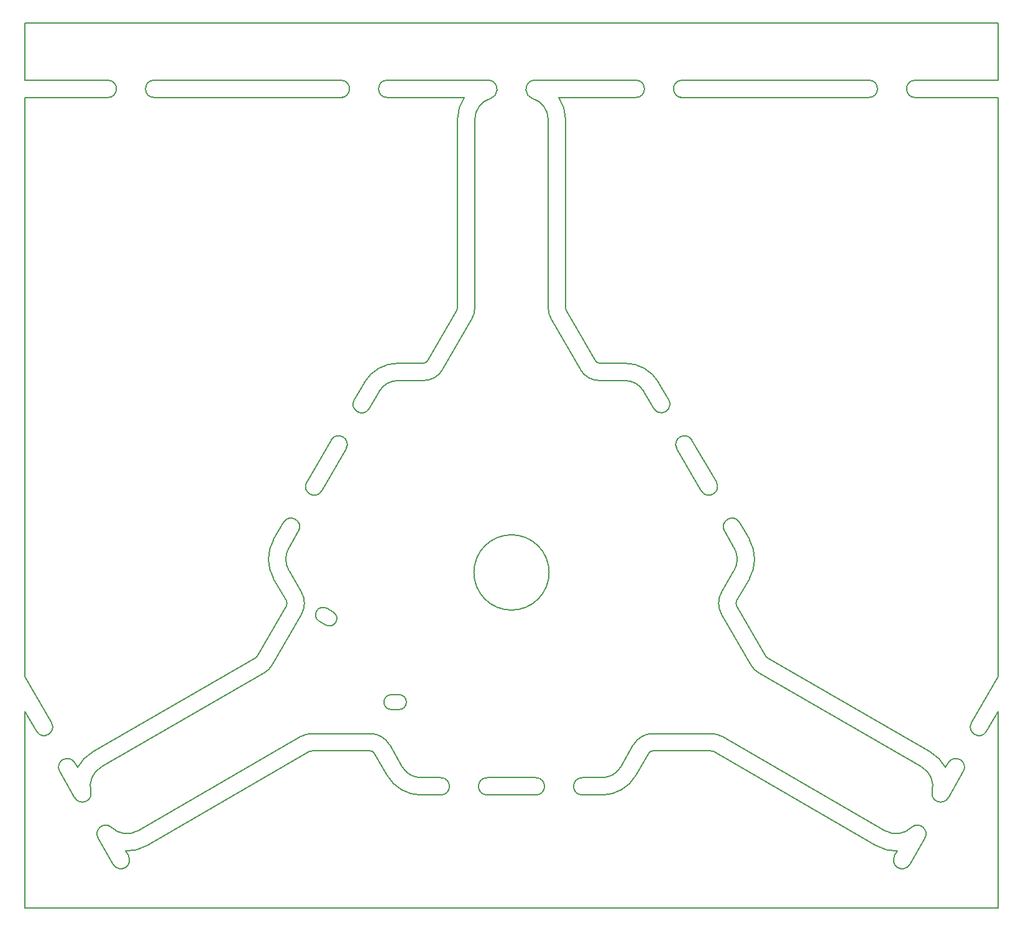
<source format=gbr>
G04 DipTrace 3.0.0.2*
G04 BoardOutline.gbr*
%MOIN*%
G04 #@! TF.FileFunction,Profile*
G04 #@! TF.Part,Single*
%ADD11C,0.006*%
%FSLAX26Y26*%
G04*
G70*
G90*
G75*
G01*
G04 BoardOutline*
%LPD*%
X2801928Y4012463D2*
D11*
G02X2801928Y4012463I201772J0D01*
G01*
X2531966Y5041008D2*
X2395584D1*
X2791026Y5371602D2*
X2634252Y5100063D1*
X2806849Y5430657D2*
Y6439896D1*
X3200550D2*
Y5430657D1*
X3373147Y5100063D2*
X3216373Y5371602D1*
X3611815Y5041008D2*
X3475433D1*
X4130312Y3906723D2*
X4198503Y4024833D1*
X4287085Y3517075D2*
X4130312Y3788614D1*
X4330318Y3473843D2*
X5204344Y2969223D1*
X5007493Y2628269D2*
X4133467Y3132888D1*
X3760865Y3148713D2*
X4074412D1*
X3590388Y2971547D2*
X3658579Y3089657D1*
X2348820D2*
X2417010Y2971547D1*
X1932987Y3148713D2*
X2246534D1*
X1873932Y3132888D2*
X999906Y2628269D1*
X803055Y2969223D2*
X1677081Y3473843D1*
X1877087Y3788614D2*
X1720314Y3517075D1*
X1808896Y4024833D2*
X1877087Y3906723D1*
X2395584Y5041008D2*
G03X2293298Y4981953I-3J-118104D01*
G01*
X2531966Y5041008D2*
G03X2634252Y5100063I-1J118111D01*
G01*
X2791026Y5371602D2*
G03X2806849Y5430657I-102282J59052D01*
G01*
X2891717Y6553232D2*
G03X2806849Y6439896I33242J-113335D01*
G01*
X3200550Y5430657D2*
G03X3216373Y5371602I118105J-3D01*
G01*
X3373147Y5100063D2*
G03X3475433Y5041008I102287J59056D01*
G01*
X4130312Y3906723D2*
G03X4130312Y3788614I102281J-59054D01*
G01*
X4287085Y3517075D2*
G03X4330318Y3473843I102289J59057D01*
G01*
X4133467Y3132888D2*
G03X4074412Y3148713I-59057J-102290D01*
G01*
X3760865D2*
G03X3658579Y3089657I1J-118111D01*
G01*
X3488102Y2912492D2*
G03X3590388Y2971547I-1J118111D01*
G01*
X2417010D2*
G03X2519297Y2912492I102287J59056D01*
G01*
X2348820Y3089657D2*
G03X2246534Y3148713I-102287J-59056D01*
G01*
X1932987D2*
G03X1873932Y3132888I2J-118114D01*
G01*
X1677081Y3473843D2*
G03X1720314Y3517075I-59057J102289D01*
G01*
X1877087Y3788614D2*
G03X1877087Y3906723I-102281J59054D01*
G01*
X1808896Y4142944D2*
G03X1808896Y4024833I102284J-59055D01*
G01*
X2116285Y4675357D2*
X1985909Y4449541D1*
X1861285Y4233684D2*
X1808896Y4142944D1*
X1780744Y4280184D2*
X1728356Y4189444D1*
X2212757Y5028453D2*
X2160369Y4937714D1*
X1861285Y4233684D2*
G03X1780744Y4280184I-40271J23249D01*
G01*
X1905369Y4496041D2*
G03X1985909Y4449541I40270J-23250D01*
G01*
X2160369Y4937714D2*
G03X2240909Y4891214I40270J-23250D01*
G01*
X2116285Y4675357D2*
G03X2035744Y4721857I-40271J23249D01*
G01*
X2240909Y4891214D2*
X2293298Y4981953D1*
X1905369Y4496041D2*
X2035744Y4721857D1*
X3134075Y2912492D2*
X2873324D1*
X2624075D2*
X2519297D1*
X2624075Y2819492D2*
X2519297D1*
X3488102D2*
X3383324D1*
X2624075D2*
G03X2624075Y2912492I0J46500D01*
G01*
X2873324D2*
G03X2873324Y2819492I0J-46500D01*
G01*
X3383324Y2912492D2*
G03X3383324Y2819492I0J-46500D01*
G01*
X3134075D2*
G03X3134075Y2912492I0J46500D01*
G01*
X3383324D2*
X3488102D1*
X2873324Y2819492D2*
X3134075D1*
X2879075Y6651007D2*
X2337383D1*
X2088133D2*
X1087383D1*
G03X1087383Y6558007I0J-46500D01*
G01*
X838133D2*
G03X838133Y6651007I0J46500D01*
G01*
X394000D1*
X2925575Y6604507D2*
G03X2879075Y6651007I-46500J0D01*
G01*
X838133Y6558007D2*
X394000D1*
X2088133D2*
X1087383D1*
X2925575Y6604507D2*
X2925484Y6597710D1*
X2891717Y6553232D2*
G03X2925484Y6597710I-13227J45099D01*
G01*
X3081824Y6604507D2*
X3081915Y6597710D1*
G03X3115682Y6553232I46995J621D01*
G01*
X2713849Y5430657D2*
Y6439896D1*
X2749982Y6558007D2*
X2337383D1*
X2749982D2*
G03X2713849Y6439896I174966J-118108D01*
G01*
X2710486Y5418102D2*
X2553713Y5146563D1*
X2531966Y5134008D2*
X2395584D1*
X2531966D2*
G03X2553713Y5146563I-3J25116D01*
G01*
X2710486Y5418102D2*
G03X2713849Y5430657I-21758J12557D01*
G01*
X2395584Y5134008D2*
G03X2212757Y5028453I0J-211110D01*
G01*
X2087757Y6558007D2*
X2097257D1*
X2337383Y6651007D2*
G03X2337383Y6558007I0J-46500D01*
G01*
X2088133D2*
G03X2088133Y6651007I0J46500D01*
G01*
X1630581Y3554383D2*
X756555Y3049764D1*
X1639773Y3563575D2*
X1796546Y3835114D1*
Y3860223D2*
X1728356Y3978333D1*
X1796546Y3835114D2*
G03X1796546Y3860223I-21738J12554D01*
G01*
X1630581Y3554383D2*
G03X1639773Y3563575I-12558J21749D01*
G01*
X1728356Y4189444D2*
G03X1728356Y3978333I182826J-105555D01*
G01*
X858135Y2646245D2*
G03X999906Y2628269I82715J84309D01*
G01*
X394000Y6651007D2*
Y6958007D1*
X933971Y2519558D2*
G03X1046406Y2547728I6880J210999D01*
G01*
X858135Y2646245D2*
G03X786948Y2588210I-30900J-34775D01*
G01*
X1920432Y3052349D2*
X1046406Y2547728D1*
X1932987Y3055713D2*
X2246534D1*
X1932987D2*
G03X1920432Y3052349I2J-25121D01*
G01*
X2268280Y3043157D2*
G03X2246534Y3055713I-21743J-12549D01*
G01*
X2268280Y3043157D2*
X2336470Y2925047D1*
G03X2519297Y2819492I182827J105555D01*
G01*
X786948Y2588210D2*
X868430Y2447077D1*
X933971Y2519558D2*
X948971Y2493577D1*
X868430Y2447077D2*
G03X948971Y2493577I40271J23249D01*
G01*
X803055Y2969223D2*
G03X747739Y2837458I59057J-102286D01*
G01*
X756555Y3049764D2*
G03X675941Y2966479I105551J-182823D01*
G01*
X661883Y2804827D2*
G03X747739Y2837458I40288J23261D01*
G01*
X661883Y2804827D2*
X580402Y2945959D1*
X660941Y2992459D2*
G03X580402Y2945959I-40270J-23249D01*
G01*
X675941Y2966479D2*
X660941Y2992459D1*
X536566Y3207885D2*
X394000Y3454815D1*
Y2212446D2*
Y3268815D1*
Y3454815D2*
Y6558007D1*
X456025Y3161385D2*
X394000Y3268815D1*
X3128324Y6651007D2*
G03X3081824Y6604507I0J-46500D01*
G01*
X3714101Y4981953D2*
G03X3611815Y5041008I-102283J-59049D01*
G01*
X3200550Y6439896D2*
G03X3115682Y6553232I-118109J1D01*
G01*
X4198503Y4024833D2*
G03X4198503Y4142944I-102284J59055D01*
G01*
X3891114Y4675357D2*
X4021490Y4449541D1*
X4146114Y4233684D2*
X4198503Y4142944D1*
X4226655Y4280184D2*
X4279043Y4189444D1*
X3794642Y5028453D2*
X3847030Y4937714D1*
X4226655Y4280184D2*
G03X4146114Y4233684I-40270J-23251D01*
G01*
X4021490Y4449541D2*
G03X4102030Y4496041I40270J23250D01*
G01*
X3766490Y4891214D2*
G03X3847030Y4937714I40270J23250D01*
G01*
X3971655Y4721857D2*
G03X3891114Y4675357I-40270J-23251D01*
G01*
X3766490Y4891214D2*
X3714101Y4981953D1*
X4102030Y4496041D2*
X3971655Y4721857D1*
X3128324Y6651007D2*
X3670016D1*
X3919266D2*
X4920016D1*
Y6558007D2*
G03X4920016Y6651007I0J46500D01*
G01*
X5169266D2*
G03X5169266Y6558007I0J-46500D01*
G01*
Y6651007D2*
X5613399D1*
X5169266Y6558007D2*
X5613399D1*
X3919266D2*
X4920016D1*
X3293550Y5430657D2*
Y6439896D1*
X3257417Y6558007D2*
X3670016D1*
X3293550Y6439896D2*
G03X3257417Y6558007I-211098J2D01*
G01*
X3296913Y5418102D2*
X3453686Y5146563D1*
X3475433Y5134008D2*
X3611815D1*
X3453686Y5146563D2*
G03X3475433Y5134008I21750J12561D01*
G01*
X3293550Y5430657D2*
G03X3296913Y5418102I25121J2D01*
G01*
X3794642Y5028453D2*
G03X3611815Y5134008I-182827J-105555D01*
G01*
X3919642Y6558007D2*
X3910142D1*
X3670016D2*
G03X3670016Y6651007I0J46500D01*
G01*
X3919266D2*
G03X3919266Y6558007I0J-46500D01*
G01*
X4376818Y3554383D2*
X5250844Y3049764D1*
X4367626Y3563575D2*
X4210853Y3835114D1*
Y3860223D2*
X4279043Y3978333D1*
X4210853Y3860223D2*
G03X4210853Y3835114I21738J-12554D01*
G01*
X4367626Y3563575D2*
G03X4376818Y3554383I21749J12558D01*
G01*
X4279043Y3978333D2*
G03X4279043Y4189444I-182826J105555D01*
G01*
X5007493Y2628269D2*
G03X5149264Y2646245I59055J102285D01*
G01*
X5613399Y6651007D2*
Y6958007D1*
X4960993Y2547728D2*
G03X5073428Y2519558I105554J182828D01*
G01*
X5220451Y2588210D2*
G03X5149264Y2646245I-40288J23260D01*
G01*
X4086967Y3052349D2*
X4960993Y2547728D1*
X4074412Y3055713D2*
X3760865D1*
X4086967Y3052349D2*
G03X4074412Y3055713I-12557J-21758D01*
G01*
X3760865D2*
G03X3739119Y3043157I-3J-25105D01*
G01*
X3670929Y2925047D1*
X3488102Y2819492D2*
G03X3670929Y2925047I0J211110D01*
G01*
X5220451Y2588210D2*
X5138969Y2447077D1*
X5073428Y2519558D2*
X5058428Y2493577D1*
G03X5138969Y2447077I40270J-23251D01*
G01*
X5259660Y2837458D2*
G03X5204344Y2969223I-114373J29479D01*
G01*
X5331458Y2966479D2*
G03X5250844Y3049764I-186165J-99538D01*
G01*
X5259660Y2837458D2*
G03X5345516Y2804827I45568J-9370D01*
G01*
X5426997Y2945959D1*
G03X5346458Y2992459I-40269J23251D01*
G01*
X5331458Y2966479D2*
X5346458Y2992459D1*
X5613399Y2212446D2*
X394000D1*
Y6958007D2*
X5613399D1*
X456025Y3161385D2*
G03X536566Y3207885I40270J23251D01*
G01*
X5470833D2*
X5613399Y3454815D1*
Y2212446D2*
Y3268815D1*
Y3454815D2*
Y6558007D1*
X5551374Y3161385D2*
X5613399Y3268815D1*
X5470833Y3207885D2*
G03X5551374Y3161385I40271J-23249D01*
G01*
X2399699Y3357518D2*
G02X2399699Y3277518I0J-40000D01*
G01*
X2359699Y3357518D2*
G03X2359699Y3277518I0J-40000D01*
G01*
Y3357518D2*
X2399699D1*
Y3277518D2*
X2359699D1*
X2047020Y3800159D2*
G02X2007020Y3730878I-19999J-34641D01*
G01*
X2012379Y3820159D2*
G03X1972379Y3750878I-20001J-34640D01*
G01*
X2012379Y3820159D2*
X2047020Y3800159D1*
X2007020Y3730878D2*
X1972379Y3750878D1*
M02*

</source>
